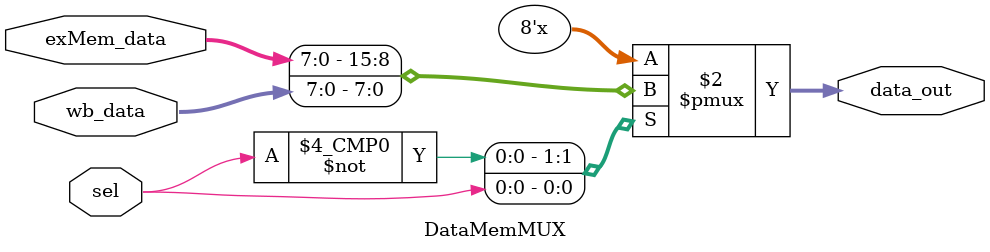
<source format=sv>
module DataMemMUX (
    input logic sel, // 0 for data from EX/MEM register, 1 for data forwarded from WB stage
    input logic [7:0] exMem_data, // Data from EX/MEM stage
    input logic [7:0] wb_data, // Data from WB stage
    output logic [7:0] data_out // Output data
);

    always_comb begin
        case (sel)
            1'b0: data_out = exMem_data; // Use data from EX/MEM stage
            1'b1: data_out = wb_data; // Use data from WB stage
            default: data_out = 8'b0; // Default case (should not happen)
        endcase
    end
endmodule

</source>
